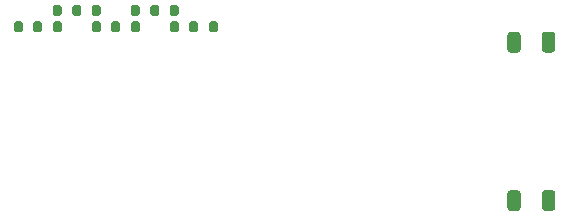
<source format=gbr>
%TF.GenerationSoftware,KiCad,Pcbnew,5.1.9-2.fc34*%
%TF.CreationDate,2021-04-29T15:20:28-07:00*%
%TF.ProjectId,motorbrainz,6d6f746f-7262-4726-9169-6e7a2e6b6963,1.0*%
%TF.SameCoordinates,Original*%
%TF.FileFunction,Paste,Bot*%
%TF.FilePolarity,Positive*%
%FSLAX46Y46*%
G04 Gerber Fmt 4.6, Leading zero omitted, Abs format (unit mm)*
G04 Created by KiCad (PCBNEW 5.1.9-2.fc34) date 2021-04-29 15:20:28*
%MOMM*%
%LPD*%
G01*
G04 APERTURE LIST*
G04 APERTURE END LIST*
%TO.C,R12*%
G36*
G01*
X98825500Y-93324000D02*
X98825500Y-93874000D01*
G75*
G02*
X98625500Y-94074000I-200000J0D01*
G01*
X98225500Y-94074000D01*
G75*
G02*
X98025500Y-93874000I0J200000D01*
G01*
X98025500Y-93324000D01*
G75*
G02*
X98225500Y-93124000I200000J0D01*
G01*
X98625500Y-93124000D01*
G75*
G02*
X98825500Y-93324000I0J-200000D01*
G01*
G37*
G36*
G01*
X100475500Y-93324000D02*
X100475500Y-93874000D01*
G75*
G02*
X100275500Y-94074000I-200000J0D01*
G01*
X99875500Y-94074000D01*
G75*
G02*
X99675500Y-93874000I0J200000D01*
G01*
X99675500Y-93324000D01*
G75*
G02*
X99875500Y-93124000I200000J0D01*
G01*
X100275500Y-93124000D01*
G75*
G02*
X100475500Y-93324000I0J-200000D01*
G01*
G37*
%TD*%
%TO.C,R3*%
G36*
G01*
X113684500Y-93324000D02*
X113684500Y-93874000D01*
G75*
G02*
X113484500Y-94074000I-200000J0D01*
G01*
X113084500Y-94074000D01*
G75*
G02*
X112884500Y-93874000I0J200000D01*
G01*
X112884500Y-93324000D01*
G75*
G02*
X113084500Y-93124000I200000J0D01*
G01*
X113484500Y-93124000D01*
G75*
G02*
X113684500Y-93324000I0J-200000D01*
G01*
G37*
G36*
G01*
X115334500Y-93324000D02*
X115334500Y-93874000D01*
G75*
G02*
X115134500Y-94074000I-200000J0D01*
G01*
X114734500Y-94074000D01*
G75*
G02*
X114534500Y-93874000I0J200000D01*
G01*
X114534500Y-93324000D01*
G75*
G02*
X114734500Y-93124000I200000J0D01*
G01*
X115134500Y-93124000D01*
G75*
G02*
X115334500Y-93324000I0J-200000D01*
G01*
G37*
%TD*%
%TO.C,R5*%
G36*
G01*
X109581500Y-92477000D02*
X109581500Y-91927000D01*
G75*
G02*
X109781500Y-91727000I200000J0D01*
G01*
X110181500Y-91727000D01*
G75*
G02*
X110381500Y-91927000I0J-200000D01*
G01*
X110381500Y-92477000D01*
G75*
G02*
X110181500Y-92677000I-200000J0D01*
G01*
X109781500Y-92677000D01*
G75*
G02*
X109581500Y-92477000I0J200000D01*
G01*
G37*
G36*
G01*
X107931500Y-92477000D02*
X107931500Y-91927000D01*
G75*
G02*
X108131500Y-91727000I200000J0D01*
G01*
X108531500Y-91727000D01*
G75*
G02*
X108731500Y-91927000I0J-200000D01*
G01*
X108731500Y-92477000D01*
G75*
G02*
X108531500Y-92677000I-200000J0D01*
G01*
X108131500Y-92677000D01*
G75*
G02*
X107931500Y-92477000I0J200000D01*
G01*
G37*
%TD*%
%TO.C,R7*%
G36*
G01*
X107080500Y-93324000D02*
X107080500Y-93874000D01*
G75*
G02*
X106880500Y-94074000I-200000J0D01*
G01*
X106480500Y-94074000D01*
G75*
G02*
X106280500Y-93874000I0J200000D01*
G01*
X106280500Y-93324000D01*
G75*
G02*
X106480500Y-93124000I200000J0D01*
G01*
X106880500Y-93124000D01*
G75*
G02*
X107080500Y-93324000I0J-200000D01*
G01*
G37*
G36*
G01*
X108730500Y-93324000D02*
X108730500Y-93874000D01*
G75*
G02*
X108530500Y-94074000I-200000J0D01*
G01*
X108130500Y-94074000D01*
G75*
G02*
X107930500Y-93874000I0J200000D01*
G01*
X107930500Y-93324000D01*
G75*
G02*
X108130500Y-93124000I200000J0D01*
G01*
X108530500Y-93124000D01*
G75*
G02*
X108730500Y-93324000I0J-200000D01*
G01*
G37*
%TD*%
%TO.C,R9*%
G36*
G01*
X102977500Y-92477000D02*
X102977500Y-91927000D01*
G75*
G02*
X103177500Y-91727000I200000J0D01*
G01*
X103577500Y-91727000D01*
G75*
G02*
X103777500Y-91927000I0J-200000D01*
G01*
X103777500Y-92477000D01*
G75*
G02*
X103577500Y-92677000I-200000J0D01*
G01*
X103177500Y-92677000D01*
G75*
G02*
X102977500Y-92477000I0J200000D01*
G01*
G37*
G36*
G01*
X101327500Y-92477000D02*
X101327500Y-91927000D01*
G75*
G02*
X101527500Y-91727000I200000J0D01*
G01*
X101927500Y-91727000D01*
G75*
G02*
X102127500Y-91927000I0J-200000D01*
G01*
X102127500Y-92477000D01*
G75*
G02*
X101927500Y-92677000I-200000J0D01*
G01*
X101527500Y-92677000D01*
G75*
G02*
X101327500Y-92477000I0J200000D01*
G01*
G37*
%TD*%
%TO.C,R11*%
G36*
G01*
X100476500Y-93324000D02*
X100476500Y-93874000D01*
G75*
G02*
X100276500Y-94074000I-200000J0D01*
G01*
X99876500Y-94074000D01*
G75*
G02*
X99676500Y-93874000I0J200000D01*
G01*
X99676500Y-93324000D01*
G75*
G02*
X99876500Y-93124000I200000J0D01*
G01*
X100276500Y-93124000D01*
G75*
G02*
X100476500Y-93324000I0J-200000D01*
G01*
G37*
G36*
G01*
X102126500Y-93324000D02*
X102126500Y-93874000D01*
G75*
G02*
X101926500Y-94074000I-200000J0D01*
G01*
X101526500Y-94074000D01*
G75*
G02*
X101326500Y-93874000I0J200000D01*
G01*
X101326500Y-93324000D01*
G75*
G02*
X101526500Y-93124000I200000J0D01*
G01*
X101926500Y-93124000D01*
G75*
G02*
X102126500Y-93324000I0J-200000D01*
G01*
G37*
%TD*%
%TO.C,R10*%
G36*
G01*
X104628500Y-92477000D02*
X104628500Y-91927000D01*
G75*
G02*
X104828500Y-91727000I200000J0D01*
G01*
X105228500Y-91727000D01*
G75*
G02*
X105428500Y-91927000I0J-200000D01*
G01*
X105428500Y-92477000D01*
G75*
G02*
X105228500Y-92677000I-200000J0D01*
G01*
X104828500Y-92677000D01*
G75*
G02*
X104628500Y-92477000I0J200000D01*
G01*
G37*
G36*
G01*
X102978500Y-92477000D02*
X102978500Y-91927000D01*
G75*
G02*
X103178500Y-91727000I200000J0D01*
G01*
X103578500Y-91727000D01*
G75*
G02*
X103778500Y-91927000I0J-200000D01*
G01*
X103778500Y-92477000D01*
G75*
G02*
X103578500Y-92677000I-200000J0D01*
G01*
X103178500Y-92677000D01*
G75*
G02*
X102978500Y-92477000I0J200000D01*
G01*
G37*
%TD*%
%TO.C,R8*%
G36*
G01*
X105429500Y-93324000D02*
X105429500Y-93874000D01*
G75*
G02*
X105229500Y-94074000I-200000J0D01*
G01*
X104829500Y-94074000D01*
G75*
G02*
X104629500Y-93874000I0J200000D01*
G01*
X104629500Y-93324000D01*
G75*
G02*
X104829500Y-93124000I200000J0D01*
G01*
X105229500Y-93124000D01*
G75*
G02*
X105429500Y-93324000I0J-200000D01*
G01*
G37*
G36*
G01*
X107079500Y-93324000D02*
X107079500Y-93874000D01*
G75*
G02*
X106879500Y-94074000I-200000J0D01*
G01*
X106479500Y-94074000D01*
G75*
G02*
X106279500Y-93874000I0J200000D01*
G01*
X106279500Y-93324000D01*
G75*
G02*
X106479500Y-93124000I200000J0D01*
G01*
X106879500Y-93124000D01*
G75*
G02*
X107079500Y-93324000I0J-200000D01*
G01*
G37*
%TD*%
%TO.C,R4*%
G36*
G01*
X112033500Y-93324000D02*
X112033500Y-93874000D01*
G75*
G02*
X111833500Y-94074000I-200000J0D01*
G01*
X111433500Y-94074000D01*
G75*
G02*
X111233500Y-93874000I0J200000D01*
G01*
X111233500Y-93324000D01*
G75*
G02*
X111433500Y-93124000I200000J0D01*
G01*
X111833500Y-93124000D01*
G75*
G02*
X112033500Y-93324000I0J-200000D01*
G01*
G37*
G36*
G01*
X113683500Y-93324000D02*
X113683500Y-93874000D01*
G75*
G02*
X113483500Y-94074000I-200000J0D01*
G01*
X113083500Y-94074000D01*
G75*
G02*
X112883500Y-93874000I0J200000D01*
G01*
X112883500Y-93324000D01*
G75*
G02*
X113083500Y-93124000I200000J0D01*
G01*
X113483500Y-93124000D01*
G75*
G02*
X113683500Y-93324000I0J-200000D01*
G01*
G37*
%TD*%
%TO.C,R6*%
G36*
G01*
X111232500Y-92477000D02*
X111232500Y-91927000D01*
G75*
G02*
X111432500Y-91727000I200000J0D01*
G01*
X111832500Y-91727000D01*
G75*
G02*
X112032500Y-91927000I0J-200000D01*
G01*
X112032500Y-92477000D01*
G75*
G02*
X111832500Y-92677000I-200000J0D01*
G01*
X111432500Y-92677000D01*
G75*
G02*
X111232500Y-92477000I0J200000D01*
G01*
G37*
G36*
G01*
X109582500Y-92477000D02*
X109582500Y-91927000D01*
G75*
G02*
X109782500Y-91727000I200000J0D01*
G01*
X110182500Y-91727000D01*
G75*
G02*
X110382500Y-91927000I0J-200000D01*
G01*
X110382500Y-92477000D01*
G75*
G02*
X110182500Y-92677000I-200000J0D01*
G01*
X109782500Y-92677000D01*
G75*
G02*
X109582500Y-92477000I0J200000D01*
G01*
G37*
%TD*%
%TO.C,R2*%
G36*
G01*
X142759000Y-108924252D02*
X142759000Y-107674248D01*
G75*
G02*
X143008998Y-107424250I249998J0D01*
G01*
X143634002Y-107424250D01*
G75*
G02*
X143884000Y-107674248I0J-249998D01*
G01*
X143884000Y-108924252D01*
G75*
G02*
X143634002Y-109174250I-249998J0D01*
G01*
X143008998Y-109174250D01*
G75*
G02*
X142759000Y-108924252I0J249998D01*
G01*
G37*
G36*
G01*
X139834000Y-108924252D02*
X139834000Y-107674248D01*
G75*
G02*
X140083998Y-107424250I249998J0D01*
G01*
X140709002Y-107424250D01*
G75*
G02*
X140959000Y-107674248I0J-249998D01*
G01*
X140959000Y-108924252D01*
G75*
G02*
X140709002Y-109174250I-249998J0D01*
G01*
X140083998Y-109174250D01*
G75*
G02*
X139834000Y-108924252I0J249998D01*
G01*
G37*
%TD*%
%TO.C,R1*%
G36*
G01*
X142759000Y-95525752D02*
X142759000Y-94275748D01*
G75*
G02*
X143008998Y-94025750I249998J0D01*
G01*
X143634002Y-94025750D01*
G75*
G02*
X143884000Y-94275748I0J-249998D01*
G01*
X143884000Y-95525752D01*
G75*
G02*
X143634002Y-95775750I-249998J0D01*
G01*
X143008998Y-95775750D01*
G75*
G02*
X142759000Y-95525752I0J249998D01*
G01*
G37*
G36*
G01*
X139834000Y-95525752D02*
X139834000Y-94275748D01*
G75*
G02*
X140083998Y-94025750I249998J0D01*
G01*
X140709002Y-94025750D01*
G75*
G02*
X140959000Y-94275748I0J-249998D01*
G01*
X140959000Y-95525752D01*
G75*
G02*
X140709002Y-95775750I-249998J0D01*
G01*
X140083998Y-95775750D01*
G75*
G02*
X139834000Y-95525752I0J249998D01*
G01*
G37*
%TD*%
M02*

</source>
